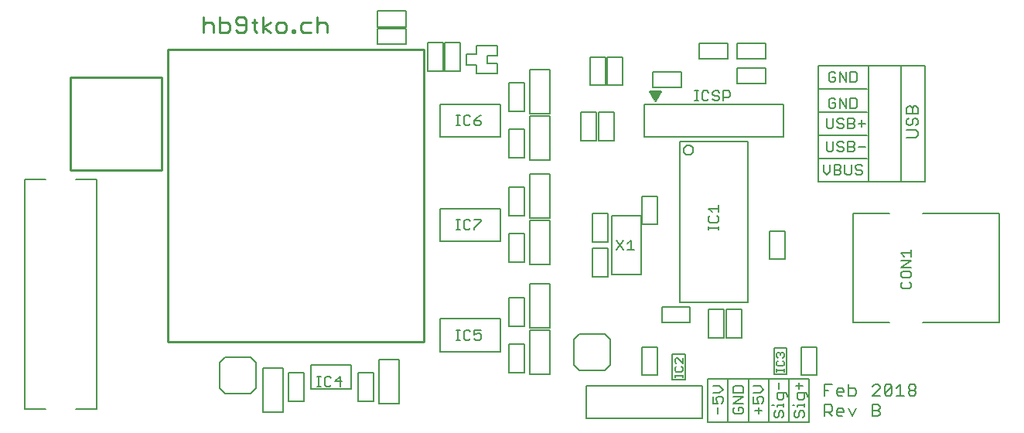
<source format=gto>
G75*
%MOIN*%
%OFA0B0*%
%FSLAX25Y25*%
%IPPOS*%
%LPD*%
%AMOC8*
5,1,8,0,0,1.08239X$1,22.5*
%
%ADD10C,0.00700*%
%ADD11C,0.00591*%
%ADD12C,0.01000*%
%ADD13C,0.00600*%
%ADD14C,0.00500*%
D10*
X0151649Y0040563D02*
X0153084Y0040563D01*
X0152366Y0040563D02*
X0152366Y0044866D01*
X0151649Y0044866D02*
X0153084Y0044866D01*
X0154718Y0044149D02*
X0154718Y0041280D01*
X0155436Y0040563D01*
X0156870Y0040563D01*
X0157587Y0041280D01*
X0159322Y0042714D02*
X0162191Y0042714D01*
X0161474Y0040563D02*
X0161474Y0044866D01*
X0159322Y0042714D01*
X0157587Y0044149D02*
X0156870Y0044866D01*
X0155436Y0044866D01*
X0154718Y0044149D01*
X0211649Y0060563D02*
X0213084Y0060563D01*
X0212366Y0060563D02*
X0212366Y0064866D01*
X0211649Y0064866D02*
X0213084Y0064866D01*
X0214718Y0064149D02*
X0214718Y0061280D01*
X0215436Y0060563D01*
X0216870Y0060563D01*
X0217587Y0061280D01*
X0219322Y0061280D02*
X0220040Y0060563D01*
X0221474Y0060563D01*
X0222191Y0061280D01*
X0222191Y0062714D01*
X0221474Y0063432D01*
X0220757Y0063432D01*
X0219322Y0062714D01*
X0219322Y0064866D01*
X0222191Y0064866D01*
X0217587Y0064149D02*
X0216870Y0064866D01*
X0215436Y0064866D01*
X0214718Y0064149D01*
X0280684Y0099313D02*
X0283553Y0103616D01*
X0285288Y0102182D02*
X0286722Y0103616D01*
X0286722Y0099313D01*
X0285288Y0099313D02*
X0288157Y0099313D01*
X0283553Y0099313D02*
X0280684Y0103616D01*
X0320284Y0108174D02*
X0320284Y0109609D01*
X0320284Y0108891D02*
X0324588Y0108891D01*
X0324588Y0108174D02*
X0324588Y0109609D01*
X0323870Y0111243D02*
X0321001Y0111243D01*
X0320284Y0111961D01*
X0320284Y0113395D01*
X0321001Y0114112D01*
X0321719Y0115847D02*
X0320284Y0117282D01*
X0324588Y0117282D01*
X0324588Y0118716D02*
X0324588Y0115847D01*
X0323870Y0114112D02*
X0324588Y0113395D01*
X0324588Y0111961D01*
X0323870Y0111243D01*
X0369830Y0133247D02*
X0371264Y0131813D01*
X0372699Y0133247D01*
X0372699Y0136116D01*
X0374434Y0136116D02*
X0376586Y0136116D01*
X0377303Y0135399D01*
X0377303Y0134682D01*
X0376586Y0133964D01*
X0374434Y0133964D01*
X0374434Y0131813D02*
X0376586Y0131813D01*
X0377303Y0132530D01*
X0377303Y0133247D01*
X0376586Y0133964D01*
X0379038Y0132530D02*
X0379755Y0131813D01*
X0381189Y0131813D01*
X0381907Y0132530D01*
X0381907Y0136116D01*
X0383642Y0135399D02*
X0383642Y0134682D01*
X0384359Y0133964D01*
X0385793Y0133964D01*
X0386511Y0133247D01*
X0386511Y0132530D01*
X0385793Y0131813D01*
X0384359Y0131813D01*
X0383642Y0132530D01*
X0383642Y0135399D02*
X0384359Y0136116D01*
X0385793Y0136116D01*
X0386511Y0135399D01*
X0379038Y0136116D02*
X0379038Y0132530D01*
X0374434Y0131813D02*
X0374434Y0136116D01*
X0369830Y0136116D02*
X0369830Y0133247D01*
X0371797Y0141813D02*
X0373232Y0141813D01*
X0373949Y0142530D01*
X0373949Y0146116D01*
X0375684Y0145399D02*
X0375684Y0144682D01*
X0376401Y0143964D01*
X0377836Y0143964D01*
X0378553Y0143247D01*
X0378553Y0142530D01*
X0377836Y0141813D01*
X0376401Y0141813D01*
X0375684Y0142530D01*
X0375684Y0145399D02*
X0376401Y0146116D01*
X0377836Y0146116D01*
X0378553Y0145399D01*
X0380288Y0146116D02*
X0382439Y0146116D01*
X0383157Y0145399D01*
X0383157Y0144682D01*
X0382439Y0143964D01*
X0380288Y0143964D01*
X0380288Y0141813D02*
X0382439Y0141813D01*
X0383157Y0142530D01*
X0383157Y0143247D01*
X0382439Y0143964D01*
X0384892Y0143964D02*
X0387761Y0143964D01*
X0380288Y0141813D02*
X0380288Y0146116D01*
X0371080Y0146116D02*
X0371080Y0142530D01*
X0371797Y0141813D01*
X0371797Y0151813D02*
X0373232Y0151813D01*
X0373949Y0152530D01*
X0373949Y0156116D01*
X0375684Y0155399D02*
X0375684Y0154682D01*
X0376401Y0153964D01*
X0377836Y0153964D01*
X0378553Y0153247D01*
X0378553Y0152530D01*
X0377836Y0151813D01*
X0376401Y0151813D01*
X0375684Y0152530D01*
X0371797Y0151813D02*
X0371080Y0152530D01*
X0371080Y0156116D01*
X0375684Y0155399D02*
X0376401Y0156116D01*
X0377836Y0156116D01*
X0378553Y0155399D01*
X0380288Y0156116D02*
X0382439Y0156116D01*
X0383157Y0155399D01*
X0383157Y0154682D01*
X0382439Y0153964D01*
X0380288Y0153964D01*
X0380288Y0151813D02*
X0382439Y0151813D01*
X0383157Y0152530D01*
X0383157Y0153247D01*
X0382439Y0153964D01*
X0384892Y0153964D02*
X0387761Y0153964D01*
X0386326Y0152530D02*
X0386326Y0155399D01*
X0380288Y0156116D02*
X0380288Y0151813D01*
X0379605Y0160563D02*
X0379605Y0164866D01*
X0381340Y0164866D02*
X0383491Y0164866D01*
X0384209Y0164149D01*
X0384209Y0161280D01*
X0383491Y0160563D01*
X0381340Y0160563D01*
X0381340Y0164866D01*
X0376736Y0164866D02*
X0379605Y0160563D01*
X0376736Y0160563D02*
X0376736Y0164866D01*
X0375001Y0164149D02*
X0374284Y0164866D01*
X0372849Y0164866D01*
X0372132Y0164149D01*
X0372132Y0161280D01*
X0372849Y0160563D01*
X0374284Y0160563D01*
X0375001Y0161280D01*
X0375001Y0162714D01*
X0373566Y0162714D01*
X0372849Y0171813D02*
X0374284Y0171813D01*
X0375001Y0172530D01*
X0375001Y0173964D01*
X0373566Y0173964D01*
X0372132Y0172530D02*
X0372132Y0175399D01*
X0372849Y0176116D01*
X0374284Y0176116D01*
X0375001Y0175399D01*
X0376736Y0176116D02*
X0379605Y0171813D01*
X0379605Y0176116D01*
X0381340Y0176116D02*
X0383491Y0176116D01*
X0384209Y0175399D01*
X0384209Y0172530D01*
X0383491Y0171813D01*
X0381340Y0171813D01*
X0381340Y0176116D01*
X0376736Y0176116D02*
X0376736Y0171813D01*
X0372849Y0171813D02*
X0372132Y0172530D01*
X0405608Y0160593D02*
X0405608Y0158141D01*
X0410513Y0158141D01*
X0410513Y0160593D01*
X0409695Y0161410D01*
X0408878Y0161410D01*
X0408061Y0160593D01*
X0408061Y0158141D01*
X0408878Y0156254D02*
X0409695Y0156254D01*
X0410513Y0155436D01*
X0410513Y0153802D01*
X0409695Y0152984D01*
X0408061Y0153802D02*
X0408061Y0155436D01*
X0408878Y0156254D01*
X0406426Y0156254D02*
X0405608Y0155436D01*
X0405608Y0153802D01*
X0406426Y0152984D01*
X0407243Y0152984D01*
X0408061Y0153802D01*
X0409695Y0151097D02*
X0405608Y0151097D01*
X0409695Y0151097D02*
X0410513Y0150280D01*
X0410513Y0148645D01*
X0409695Y0147828D01*
X0405608Y0147828D01*
X0405608Y0160593D02*
X0406426Y0161410D01*
X0407243Y0161410D01*
X0408061Y0160593D01*
X0329493Y0165839D02*
X0328776Y0165122D01*
X0326624Y0165122D01*
X0326624Y0163688D02*
X0326624Y0167991D01*
X0328776Y0167991D01*
X0329493Y0167274D01*
X0329493Y0165839D01*
X0324889Y0165122D02*
X0324889Y0164405D01*
X0324172Y0163688D01*
X0322738Y0163688D01*
X0322020Y0164405D01*
X0322738Y0165839D02*
X0324172Y0165839D01*
X0324889Y0165122D01*
X0324889Y0167274D02*
X0324172Y0167991D01*
X0322738Y0167991D01*
X0322020Y0167274D01*
X0322020Y0166557D01*
X0322738Y0165839D01*
X0320285Y0164405D02*
X0319568Y0163688D01*
X0318134Y0163688D01*
X0317416Y0164405D01*
X0317416Y0167274D01*
X0318134Y0167991D01*
X0319568Y0167991D01*
X0320285Y0167274D01*
X0315782Y0167991D02*
X0314347Y0167991D01*
X0315064Y0167991D02*
X0315064Y0163688D01*
X0314347Y0163688D02*
X0315782Y0163688D01*
X0222191Y0157366D02*
X0220757Y0156649D01*
X0219322Y0155214D01*
X0221474Y0155214D01*
X0222191Y0154497D01*
X0222191Y0153780D01*
X0221474Y0153063D01*
X0220040Y0153063D01*
X0219322Y0153780D01*
X0219322Y0155214D01*
X0217587Y0153780D02*
X0216870Y0153063D01*
X0215436Y0153063D01*
X0214718Y0153780D01*
X0214718Y0156649D01*
X0215436Y0157366D01*
X0216870Y0157366D01*
X0217587Y0156649D01*
X0213084Y0157366D02*
X0211649Y0157366D01*
X0212366Y0157366D02*
X0212366Y0153063D01*
X0211649Y0153063D02*
X0213084Y0153063D01*
X0213084Y0112366D02*
X0211649Y0112366D01*
X0212366Y0112366D02*
X0212366Y0108063D01*
X0211649Y0108063D02*
X0213084Y0108063D01*
X0214718Y0108780D02*
X0215436Y0108063D01*
X0216870Y0108063D01*
X0217587Y0108780D01*
X0219322Y0108780D02*
X0219322Y0108063D01*
X0219322Y0108780D02*
X0222191Y0111649D01*
X0222191Y0112366D01*
X0219322Y0112366D01*
X0217587Y0111649D02*
X0216870Y0112366D01*
X0215436Y0112366D01*
X0214718Y0111649D01*
X0214718Y0108780D01*
X0350561Y0042268D02*
X0350561Y0039399D01*
X0349844Y0037664D02*
X0349844Y0035513D01*
X0350561Y0034795D01*
X0351995Y0034795D01*
X0352713Y0035513D01*
X0352713Y0037664D01*
X0353430Y0037664D02*
X0349844Y0037664D01*
X0353430Y0037664D02*
X0354147Y0036947D01*
X0354147Y0036230D01*
X0358594Y0035513D02*
X0359311Y0034795D01*
X0360745Y0034795D01*
X0361463Y0035513D01*
X0361463Y0037664D01*
X0362180Y0037664D02*
X0358594Y0037664D01*
X0358594Y0035513D01*
X0358594Y0032443D02*
X0361463Y0032443D01*
X0361463Y0031726D02*
X0361463Y0033161D01*
X0358594Y0032443D02*
X0358594Y0031726D01*
X0357159Y0032443D02*
X0356442Y0032443D01*
X0357876Y0029991D02*
X0357159Y0029274D01*
X0357159Y0027839D01*
X0357876Y0027122D01*
X0358594Y0027122D01*
X0359311Y0027839D01*
X0359311Y0029274D01*
X0360028Y0029991D01*
X0360745Y0029991D01*
X0361463Y0029274D01*
X0361463Y0027839D01*
X0360745Y0027122D01*
X0352713Y0027839D02*
X0352713Y0029274D01*
X0351995Y0029991D01*
X0351278Y0029991D01*
X0350561Y0029274D01*
X0350561Y0027839D01*
X0349844Y0027122D01*
X0349126Y0027122D01*
X0348409Y0027839D01*
X0348409Y0029274D01*
X0349126Y0029991D01*
X0349844Y0031726D02*
X0349844Y0032443D01*
X0352713Y0032443D01*
X0352713Y0031726D02*
X0352713Y0033161D01*
X0348409Y0032443D02*
X0347692Y0032443D01*
X0343963Y0033978D02*
X0343245Y0033261D01*
X0343963Y0033978D02*
X0343963Y0035412D01*
X0343245Y0036130D01*
X0341811Y0036130D01*
X0341094Y0035412D01*
X0341094Y0034695D01*
X0341811Y0033261D01*
X0339659Y0033261D01*
X0339659Y0036130D01*
X0339659Y0037865D02*
X0342528Y0037865D01*
X0343963Y0039299D01*
X0342528Y0040734D01*
X0339659Y0040734D01*
X0335213Y0040016D02*
X0335213Y0037865D01*
X0330909Y0037865D01*
X0330909Y0040016D01*
X0331626Y0040734D01*
X0334495Y0040734D01*
X0335213Y0040016D01*
X0335213Y0036130D02*
X0330909Y0036130D01*
X0330909Y0033261D02*
X0335213Y0036130D01*
X0335213Y0033261D02*
X0330909Y0033261D01*
X0331626Y0031526D02*
X0330909Y0030809D01*
X0330909Y0029374D01*
X0331626Y0028657D01*
X0334495Y0028657D01*
X0335213Y0029374D01*
X0335213Y0030809D01*
X0334495Y0031526D01*
X0333061Y0031526D01*
X0333061Y0030091D01*
X0340376Y0030091D02*
X0343245Y0030091D01*
X0341811Y0028657D02*
X0341811Y0031526D01*
X0351995Y0027122D02*
X0352713Y0027839D01*
X0362897Y0036230D02*
X0362897Y0036947D01*
X0362180Y0037664D01*
X0359311Y0039399D02*
X0359311Y0042268D01*
X0360745Y0040834D02*
X0357876Y0040834D01*
X0370288Y0041417D02*
X0370288Y0036513D01*
X0370288Y0038965D02*
X0371922Y0038965D01*
X0370288Y0041417D02*
X0373557Y0041417D01*
X0375444Y0038965D02*
X0376261Y0039782D01*
X0377896Y0039782D01*
X0378714Y0038965D01*
X0378714Y0038147D01*
X0375444Y0038147D01*
X0375444Y0037330D02*
X0375444Y0038965D01*
X0375444Y0037330D02*
X0376261Y0036513D01*
X0377896Y0036513D01*
X0380600Y0036513D02*
X0383053Y0036513D01*
X0383870Y0037330D01*
X0383870Y0038965D01*
X0383053Y0039782D01*
X0380600Y0039782D01*
X0380600Y0041417D02*
X0380600Y0036513D01*
X0373557Y0031849D02*
X0373557Y0030215D01*
X0372740Y0029397D01*
X0370288Y0029397D01*
X0371922Y0029397D02*
X0373557Y0027763D01*
X0375444Y0028580D02*
X0375444Y0030215D01*
X0376261Y0031032D01*
X0377896Y0031032D01*
X0378714Y0030215D01*
X0378714Y0029397D01*
X0375444Y0029397D01*
X0375444Y0028580D02*
X0376261Y0027763D01*
X0377896Y0027763D01*
X0380600Y0031032D02*
X0382235Y0027763D01*
X0383870Y0031032D01*
X0390913Y0030215D02*
X0393365Y0030215D01*
X0394183Y0029397D01*
X0394183Y0028580D01*
X0393365Y0027763D01*
X0390913Y0027763D01*
X0390913Y0032667D01*
X0393365Y0032667D01*
X0394183Y0031849D01*
X0394183Y0031032D01*
X0393365Y0030215D01*
X0394183Y0036513D02*
X0390913Y0036513D01*
X0394183Y0039782D01*
X0394183Y0040599D01*
X0393365Y0041417D01*
X0391731Y0041417D01*
X0390913Y0040599D01*
X0396070Y0040599D02*
X0396887Y0041417D01*
X0398522Y0041417D01*
X0399339Y0040599D01*
X0396070Y0037330D01*
X0396887Y0036513D01*
X0398522Y0036513D01*
X0399339Y0037330D01*
X0399339Y0040599D01*
X0401226Y0039782D02*
X0402861Y0041417D01*
X0402861Y0036513D01*
X0404495Y0036513D02*
X0401226Y0036513D01*
X0396070Y0037330D02*
X0396070Y0040599D01*
X0406382Y0040599D02*
X0406382Y0039782D01*
X0407200Y0038965D01*
X0408835Y0038965D01*
X0409652Y0038147D01*
X0409652Y0037330D01*
X0408835Y0036513D01*
X0407200Y0036513D01*
X0406382Y0037330D01*
X0406382Y0038147D01*
X0407200Y0038965D01*
X0408835Y0038965D02*
X0409652Y0039782D01*
X0409652Y0040599D01*
X0408835Y0041417D01*
X0407200Y0041417D01*
X0406382Y0040599D01*
X0373557Y0031849D02*
X0372740Y0032667D01*
X0370288Y0032667D01*
X0370288Y0027763D01*
X0326463Y0033978D02*
X0325745Y0033261D01*
X0326463Y0033978D02*
X0326463Y0035412D01*
X0325745Y0036130D01*
X0324311Y0036130D01*
X0323594Y0035412D01*
X0323594Y0034695D01*
X0324311Y0033261D01*
X0322159Y0033261D01*
X0322159Y0036130D01*
X0322159Y0037865D02*
X0325028Y0037865D01*
X0326463Y0039299D01*
X0325028Y0040734D01*
X0322159Y0040734D01*
X0324311Y0031526D02*
X0324311Y0028657D01*
X0403158Y0083470D02*
X0403875Y0082752D01*
X0406744Y0082752D01*
X0407462Y0083470D01*
X0407462Y0084904D01*
X0406744Y0085621D01*
X0406744Y0087356D02*
X0403875Y0087356D01*
X0403158Y0088074D01*
X0403158Y0089508D01*
X0403875Y0090225D01*
X0406744Y0090225D01*
X0407462Y0089508D01*
X0407462Y0088074D01*
X0406744Y0087356D01*
X0403875Y0085621D02*
X0403158Y0084904D01*
X0403158Y0083470D01*
X0403158Y0091960D02*
X0407462Y0094829D01*
X0403158Y0094829D01*
X0404593Y0096564D02*
X0403158Y0097999D01*
X0407462Y0097999D01*
X0407462Y0099433D02*
X0407462Y0096564D01*
X0407462Y0091960D02*
X0403158Y0091960D01*
D11*
X0034688Y0030713D02*
X0025688Y0030713D01*
X0025688Y0129713D01*
X0034688Y0129713D01*
X0047688Y0129713D02*
X0056688Y0129713D01*
X0056688Y0030713D01*
X0047688Y0030713D01*
X0128107Y0029514D02*
X0128107Y0048411D01*
X0136768Y0048411D01*
X0136768Y0029514D01*
X0128107Y0029514D01*
X0139091Y0034110D02*
X0145784Y0034110D01*
X0145784Y0046315D01*
X0139091Y0046315D01*
X0139091Y0034110D01*
X0148776Y0039563D02*
X0148776Y0049799D01*
X0166099Y0049799D01*
X0166099Y0039563D01*
X0148776Y0039563D01*
X0169091Y0034110D02*
X0169091Y0046315D01*
X0175784Y0046315D01*
X0175784Y0034110D01*
X0169091Y0034110D01*
X0178107Y0033264D02*
X0186768Y0033264D01*
X0186768Y0052161D01*
X0178107Y0052161D01*
X0178107Y0033264D01*
X0204446Y0055626D02*
X0204446Y0069799D01*
X0230430Y0069799D01*
X0230430Y0055626D01*
X0204446Y0055626D01*
X0234091Y0058815D02*
X0234091Y0046610D01*
X0240784Y0046610D01*
X0240784Y0058815D01*
X0234091Y0058815D01*
X0243107Y0064661D02*
X0251768Y0064661D01*
X0251768Y0045764D01*
X0243107Y0045764D01*
X0243107Y0064661D01*
X0243107Y0065764D02*
X0243107Y0084661D01*
X0251768Y0084661D01*
X0251768Y0065764D01*
X0243107Y0065764D01*
X0240784Y0066610D02*
X0234091Y0066610D01*
X0234091Y0078815D01*
X0240784Y0078815D01*
X0240784Y0066610D01*
X0270341Y0087860D02*
X0277034Y0087860D01*
X0277034Y0100065D01*
X0270341Y0100065D01*
X0270341Y0087860D01*
X0278638Y0088864D02*
X0278638Y0114061D01*
X0291237Y0114061D01*
X0291237Y0088864D01*
X0278638Y0088864D01*
X0251768Y0093264D02*
X0243107Y0093264D01*
X0243107Y0112161D01*
X0251768Y0112161D01*
X0251768Y0093264D01*
X0240784Y0094110D02*
X0240784Y0106315D01*
X0234091Y0106315D01*
X0234091Y0094110D01*
X0240784Y0094110D01*
X0230430Y0103126D02*
X0204446Y0103126D01*
X0204446Y0117299D01*
X0230430Y0117299D01*
X0230430Y0103126D01*
X0234091Y0114110D02*
X0240784Y0114110D01*
X0240784Y0126315D01*
X0234091Y0126315D01*
X0234091Y0114110D01*
X0243107Y0113264D02*
X0243107Y0132161D01*
X0251768Y0132161D01*
X0251768Y0113264D01*
X0243107Y0113264D01*
X0270341Y0115065D02*
X0270341Y0102860D01*
X0277034Y0102860D01*
X0277034Y0115065D01*
X0270341Y0115065D01*
X0291591Y0110360D02*
X0298284Y0110360D01*
X0298284Y0122565D01*
X0291591Y0122565D01*
X0291591Y0110360D01*
X0346591Y0107565D02*
X0346591Y0095360D01*
X0353284Y0095360D01*
X0353284Y0107565D01*
X0346591Y0107565D01*
X0382477Y0114642D02*
X0382477Y0067988D01*
X0398225Y0067988D01*
X0412398Y0067988D02*
X0444879Y0067988D01*
X0444925Y0067990D01*
X0444971Y0067995D01*
X0445017Y0068004D01*
X0445062Y0068017D01*
X0445105Y0068033D01*
X0445147Y0068052D01*
X0445188Y0068075D01*
X0445226Y0068101D01*
X0445263Y0068130D01*
X0445297Y0068161D01*
X0445328Y0068195D01*
X0445357Y0068232D01*
X0445383Y0068270D01*
X0445406Y0068311D01*
X0445425Y0068353D01*
X0445441Y0068396D01*
X0445454Y0068441D01*
X0445463Y0068487D01*
X0445468Y0068533D01*
X0445470Y0068579D01*
X0445469Y0068579D02*
X0445469Y0115232D01*
X0412398Y0115232D01*
X0398225Y0115232D02*
X0383068Y0115232D01*
X0383068Y0115233D02*
X0383022Y0115231D01*
X0382976Y0115226D01*
X0382930Y0115217D01*
X0382885Y0115204D01*
X0382842Y0115188D01*
X0382800Y0115169D01*
X0382759Y0115146D01*
X0382721Y0115120D01*
X0382684Y0115091D01*
X0382650Y0115060D01*
X0382619Y0115026D01*
X0382590Y0114989D01*
X0382564Y0114951D01*
X0382541Y0114910D01*
X0382522Y0114868D01*
X0382506Y0114825D01*
X0382493Y0114780D01*
X0382484Y0114734D01*
X0382479Y0114688D01*
X0382477Y0114642D01*
X0389188Y0128963D02*
X0403188Y0128963D01*
X0403188Y0178963D01*
X0389188Y0178963D01*
X0389188Y0128963D01*
X0389938Y0128963D02*
X0367438Y0128963D01*
X0367438Y0138963D01*
X0388688Y0138963D01*
X0388688Y0148963D02*
X0367438Y0148963D01*
X0367438Y0138963D01*
X0352438Y0148213D02*
X0292438Y0148213D01*
X0292438Y0162213D01*
X0352438Y0162213D01*
X0352438Y0148213D01*
X0337057Y0146163D02*
X0307819Y0146163D01*
X0307819Y0076663D01*
X0337057Y0076663D01*
X0337057Y0146163D01*
X0309512Y0142463D02*
X0309514Y0142555D01*
X0309520Y0142646D01*
X0309530Y0142737D01*
X0309544Y0142828D01*
X0309562Y0142918D01*
X0309584Y0143007D01*
X0309609Y0143094D01*
X0309639Y0143181D01*
X0309672Y0143267D01*
X0309709Y0143350D01*
X0309749Y0143433D01*
X0309793Y0143513D01*
X0309841Y0143591D01*
X0309892Y0143668D01*
X0309946Y0143741D01*
X0310003Y0143813D01*
X0310064Y0143882D01*
X0310127Y0143948D01*
X0310193Y0144011D01*
X0310262Y0144072D01*
X0310334Y0144129D01*
X0310407Y0144183D01*
X0310484Y0144234D01*
X0310562Y0144282D01*
X0310642Y0144326D01*
X0310725Y0144366D01*
X0310808Y0144403D01*
X0310894Y0144436D01*
X0310981Y0144466D01*
X0311068Y0144491D01*
X0311157Y0144513D01*
X0311247Y0144531D01*
X0311338Y0144545D01*
X0311429Y0144555D01*
X0311520Y0144561D01*
X0311612Y0144563D01*
X0311704Y0144561D01*
X0311795Y0144555D01*
X0311886Y0144545D01*
X0311977Y0144531D01*
X0312067Y0144513D01*
X0312156Y0144491D01*
X0312243Y0144466D01*
X0312330Y0144436D01*
X0312416Y0144403D01*
X0312499Y0144366D01*
X0312582Y0144326D01*
X0312662Y0144282D01*
X0312740Y0144234D01*
X0312817Y0144183D01*
X0312890Y0144129D01*
X0312962Y0144072D01*
X0313031Y0144011D01*
X0313097Y0143948D01*
X0313160Y0143882D01*
X0313221Y0143813D01*
X0313278Y0143741D01*
X0313332Y0143668D01*
X0313383Y0143591D01*
X0313431Y0143513D01*
X0313475Y0143433D01*
X0313515Y0143350D01*
X0313552Y0143267D01*
X0313585Y0143181D01*
X0313615Y0143094D01*
X0313640Y0143007D01*
X0313662Y0142918D01*
X0313680Y0142828D01*
X0313694Y0142737D01*
X0313704Y0142646D01*
X0313710Y0142555D01*
X0313712Y0142463D01*
X0313710Y0142371D01*
X0313704Y0142280D01*
X0313694Y0142189D01*
X0313680Y0142098D01*
X0313662Y0142008D01*
X0313640Y0141919D01*
X0313615Y0141832D01*
X0313585Y0141745D01*
X0313552Y0141659D01*
X0313515Y0141576D01*
X0313475Y0141493D01*
X0313431Y0141413D01*
X0313383Y0141335D01*
X0313332Y0141258D01*
X0313278Y0141185D01*
X0313221Y0141113D01*
X0313160Y0141044D01*
X0313097Y0140978D01*
X0313031Y0140915D01*
X0312962Y0140854D01*
X0312890Y0140797D01*
X0312817Y0140743D01*
X0312740Y0140692D01*
X0312662Y0140644D01*
X0312582Y0140600D01*
X0312499Y0140560D01*
X0312416Y0140523D01*
X0312330Y0140490D01*
X0312243Y0140460D01*
X0312156Y0140435D01*
X0312067Y0140413D01*
X0311977Y0140395D01*
X0311886Y0140381D01*
X0311795Y0140371D01*
X0311704Y0140365D01*
X0311612Y0140363D01*
X0311520Y0140365D01*
X0311429Y0140371D01*
X0311338Y0140381D01*
X0311247Y0140395D01*
X0311157Y0140413D01*
X0311068Y0140435D01*
X0310981Y0140460D01*
X0310894Y0140490D01*
X0310808Y0140523D01*
X0310725Y0140560D01*
X0310642Y0140600D01*
X0310562Y0140644D01*
X0310484Y0140692D01*
X0310407Y0140743D01*
X0310334Y0140797D01*
X0310262Y0140854D01*
X0310193Y0140915D01*
X0310127Y0140978D01*
X0310064Y0141044D01*
X0310003Y0141113D01*
X0309946Y0141185D01*
X0309892Y0141258D01*
X0309841Y0141335D01*
X0309793Y0141413D01*
X0309749Y0141493D01*
X0309709Y0141576D01*
X0309672Y0141659D01*
X0309639Y0141745D01*
X0309609Y0141832D01*
X0309584Y0141919D01*
X0309562Y0142008D01*
X0309544Y0142098D01*
X0309530Y0142189D01*
X0309520Y0142280D01*
X0309514Y0142371D01*
X0309512Y0142463D01*
X0279534Y0146610D02*
X0279534Y0158815D01*
X0272841Y0158815D01*
X0272841Y0146610D01*
X0279534Y0146610D01*
X0272034Y0146610D02*
X0265341Y0146610D01*
X0265341Y0158815D01*
X0272034Y0158815D01*
X0272034Y0146610D01*
X0251768Y0138264D02*
X0243107Y0138264D01*
X0243107Y0157161D01*
X0251768Y0157161D01*
X0251768Y0138264D01*
X0240784Y0139110D02*
X0240784Y0151315D01*
X0234091Y0151315D01*
X0234091Y0139110D01*
X0240784Y0139110D01*
X0230430Y0148126D02*
X0204446Y0148126D01*
X0204446Y0162299D01*
X0230430Y0162299D01*
X0230430Y0148126D01*
X0243107Y0158264D02*
X0243107Y0177161D01*
X0251768Y0177161D01*
X0251768Y0158264D01*
X0243107Y0158264D01*
X0240784Y0159110D02*
X0234091Y0159110D01*
X0234091Y0171315D01*
X0240784Y0171315D01*
X0240784Y0159110D01*
X0229131Y0175557D02*
X0220075Y0175557D01*
X0220075Y0179100D01*
X0215745Y0179100D01*
X0215745Y0183825D01*
X0220075Y0183825D01*
X0220075Y0187368D01*
X0229131Y0187368D01*
X0229131Y0183037D01*
X0224800Y0183037D01*
X0224800Y0179888D01*
X0229131Y0179888D01*
X0229131Y0175557D01*
X0213284Y0176610D02*
X0206591Y0176610D01*
X0206591Y0188815D01*
X0213284Y0188815D01*
X0213284Y0176610D01*
X0205784Y0176610D02*
X0199091Y0176610D01*
X0199091Y0188815D01*
X0205784Y0188815D01*
X0205784Y0176610D01*
X0189790Y0188116D02*
X0189790Y0194809D01*
X0177585Y0194809D01*
X0177585Y0188116D01*
X0189790Y0188116D01*
X0189790Y0195616D02*
X0177585Y0195616D01*
X0177585Y0202309D01*
X0189790Y0202309D01*
X0189790Y0195616D01*
X0269091Y0182565D02*
X0269091Y0170360D01*
X0275784Y0170360D01*
X0275784Y0182565D01*
X0269091Y0182565D01*
X0276591Y0182565D02*
X0276591Y0170360D01*
X0283284Y0170360D01*
X0283284Y0182565D01*
X0276591Y0182565D01*
X0296335Y0176059D02*
X0296335Y0169366D01*
X0308540Y0169366D01*
X0308540Y0176059D01*
X0296335Y0176059D01*
X0294938Y0167713D02*
X0297438Y0163338D01*
X0299938Y0167713D01*
X0294938Y0167713D01*
X0294989Y0167622D02*
X0299886Y0167622D01*
X0299549Y0167033D02*
X0295326Y0167033D01*
X0295663Y0166444D02*
X0299213Y0166444D01*
X0298876Y0165855D02*
X0295999Y0165855D01*
X0296336Y0165266D02*
X0298539Y0165266D01*
X0298203Y0164677D02*
X0296672Y0164677D01*
X0297009Y0164088D02*
X0297866Y0164088D01*
X0297530Y0163499D02*
X0297346Y0163499D01*
X0332546Y0171128D02*
X0344751Y0171128D01*
X0344751Y0177821D01*
X0332546Y0177821D01*
X0332546Y0171128D01*
X0332585Y0181866D02*
X0344790Y0181866D01*
X0344790Y0188559D01*
X0332585Y0188559D01*
X0332585Y0181866D01*
X0328540Y0181866D02*
X0328540Y0188559D01*
X0316335Y0188559D01*
X0316335Y0181866D01*
X0328540Y0181866D01*
X0367438Y0178963D02*
X0367438Y0168963D01*
X0388688Y0168963D01*
X0388688Y0158963D02*
X0367438Y0158963D01*
X0367438Y0148963D01*
X0367438Y0158963D02*
X0367438Y0168963D01*
X0367438Y0178963D02*
X0389938Y0178963D01*
X0402438Y0178963D02*
X0413688Y0178963D01*
X0413688Y0128963D01*
X0402438Y0128963D01*
X0334534Y0073815D02*
X0327841Y0073815D01*
X0327841Y0061610D01*
X0334534Y0061610D01*
X0334534Y0073815D01*
X0327034Y0073815D02*
X0320341Y0073815D01*
X0320341Y0061610D01*
X0327034Y0061610D01*
X0327034Y0073815D01*
X0312290Y0074809D02*
X0312290Y0068116D01*
X0300085Y0068116D01*
X0300085Y0074809D01*
X0312290Y0074809D01*
X0298284Y0057565D02*
X0291591Y0057565D01*
X0291591Y0045360D01*
X0298284Y0045360D01*
X0298284Y0057565D01*
X0304682Y0054474D02*
X0310194Y0054474D01*
X0310194Y0043451D01*
X0304682Y0043451D01*
X0304682Y0054474D01*
X0319938Y0043963D02*
X0328688Y0043963D01*
X0328688Y0025213D01*
X0337438Y0025213D01*
X0337438Y0043963D01*
X0328688Y0043963D01*
X0337438Y0043963D02*
X0346188Y0043963D01*
X0346188Y0025213D01*
X0354938Y0025213D01*
X0354938Y0043963D01*
X0346188Y0043963D01*
X0348432Y0045951D02*
X0348432Y0056974D01*
X0353944Y0056974D01*
X0353944Y0045951D01*
X0348432Y0045951D01*
X0354938Y0043963D02*
X0363688Y0043963D01*
X0363688Y0025213D01*
X0354938Y0025213D01*
X0346188Y0025213D02*
X0337438Y0025213D01*
X0328688Y0025213D02*
X0319938Y0025213D01*
X0319938Y0043963D01*
X0317438Y0040963D02*
X0317438Y0026963D01*
X0267438Y0026963D01*
X0267438Y0040963D01*
X0317438Y0040963D01*
X0360341Y0045360D02*
X0367034Y0045360D01*
X0367034Y0057565D01*
X0360341Y0057565D01*
X0360341Y0045360D01*
D12*
X0197556Y0059720D02*
X0087320Y0059720D01*
X0087320Y0185705D01*
X0197556Y0185705D01*
X0197556Y0059720D01*
X0084623Y0133963D02*
X0045253Y0133963D01*
X0045253Y0173963D01*
X0084623Y0173963D01*
X0084623Y0133963D01*
X0102446Y0193163D02*
X0102446Y0199768D01*
X0103547Y0197566D02*
X0105749Y0197566D01*
X0106849Y0196465D01*
X0106849Y0193163D01*
X0109444Y0193163D02*
X0112747Y0193163D01*
X0113847Y0194264D01*
X0113847Y0196465D01*
X0112747Y0197566D01*
X0109444Y0197566D01*
X0109444Y0199768D02*
X0109444Y0193163D01*
X0116442Y0194264D02*
X0117543Y0193163D01*
X0119744Y0193163D01*
X0120845Y0194264D01*
X0120845Y0198667D01*
X0119744Y0199768D01*
X0117543Y0199768D01*
X0116442Y0198667D01*
X0116442Y0197566D01*
X0117543Y0196465D01*
X0120845Y0196465D01*
X0123440Y0197566D02*
X0125642Y0197566D01*
X0124541Y0198667D02*
X0124541Y0194264D01*
X0125642Y0193163D01*
X0128105Y0193163D02*
X0128105Y0199768D01*
X0131408Y0197566D02*
X0128105Y0195364D01*
X0131408Y0193163D01*
X0133937Y0194264D02*
X0135038Y0193163D01*
X0137239Y0193163D01*
X0138340Y0194264D01*
X0138340Y0196465D01*
X0137239Y0197566D01*
X0135038Y0197566D01*
X0133937Y0196465D01*
X0133937Y0194264D01*
X0140935Y0194264D02*
X0142036Y0194264D01*
X0142036Y0193163D01*
X0140935Y0193163D01*
X0140935Y0194264D01*
X0144434Y0194264D02*
X0144434Y0196465D01*
X0145534Y0197566D01*
X0148837Y0197566D01*
X0151432Y0196465D02*
X0152532Y0197566D01*
X0154734Y0197566D01*
X0155835Y0196465D01*
X0155835Y0193163D01*
X0151432Y0193163D02*
X0151432Y0199768D01*
X0148837Y0193163D02*
X0145534Y0193163D01*
X0144434Y0194264D01*
X0103547Y0197566D02*
X0102446Y0196465D01*
D13*
X0220231Y0187063D02*
X0220231Y0183953D01*
X0349516Y0054641D02*
X0350073Y0055198D01*
X0350630Y0055198D01*
X0351186Y0054641D01*
X0351743Y0055198D01*
X0352300Y0055198D01*
X0352856Y0054641D01*
X0352856Y0053528D01*
X0352300Y0052971D01*
X0352300Y0051572D02*
X0352856Y0051016D01*
X0352856Y0049902D01*
X0352300Y0049346D01*
X0350073Y0049346D01*
X0349516Y0049902D01*
X0349516Y0051016D01*
X0350073Y0051572D01*
X0350073Y0052971D02*
X0349516Y0053528D01*
X0349516Y0054641D01*
X0351186Y0054641D02*
X0351186Y0054084D01*
X0349516Y0048042D02*
X0349516Y0046929D01*
X0349516Y0047486D02*
X0352856Y0047486D01*
X0352856Y0048042D02*
X0352856Y0046929D01*
X0309106Y0047402D02*
X0309106Y0048516D01*
X0308550Y0049072D01*
X0309106Y0050471D02*
X0306880Y0052698D01*
X0306323Y0052698D01*
X0305766Y0052141D01*
X0305766Y0051028D01*
X0306323Y0050471D01*
X0306323Y0049072D02*
X0305766Y0048516D01*
X0305766Y0047402D01*
X0306323Y0046846D01*
X0308550Y0046846D01*
X0309106Y0047402D01*
X0309106Y0045542D02*
X0309106Y0044429D01*
X0309106Y0044986D02*
X0305766Y0044986D01*
X0305766Y0045542D02*
X0305766Y0044429D01*
X0309106Y0050471D02*
X0309106Y0052698D01*
D14*
X0277812Y0049701D02*
X0275449Y0047339D01*
X0264426Y0047339D01*
X0262064Y0049701D01*
X0262064Y0060724D01*
X0264426Y0063087D01*
X0275449Y0063087D01*
X0277812Y0060724D01*
X0277812Y0049701D01*
X0125312Y0050724D02*
X0125312Y0039701D01*
X0122949Y0037339D01*
X0111926Y0037339D01*
X0109564Y0039701D01*
X0109564Y0050724D01*
X0111926Y0053087D01*
X0122949Y0053087D01*
X0125312Y0050724D01*
M02*

</source>
